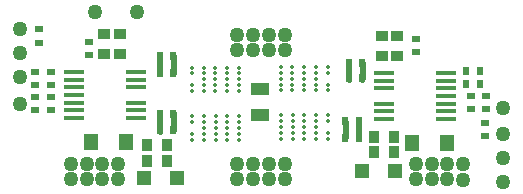
<source format=gbr>
G04 #@! TF.GenerationSoftware,KiCad,Pcbnew,(5.0.0)*
G04 #@! TF.CreationDate,2019-10-07T11:46:54-07:00*
G04 #@! TF.ProjectId,Buffer - Rev C,427566666572202D2052657620432E6B,rev?*
G04 #@! TF.SameCoordinates,Original*
G04 #@! TF.FileFunction,Soldermask,Top*
G04 #@! TF.FilePolarity,Negative*
%FSLAX46Y46*%
G04 Gerber Fmt 4.6, Leading zero omitted, Abs format (unit mm)*
G04 Created by KiCad (PCBNEW (5.0.0)) date 10/07/19 11:46:54*
%MOMM*%
%LPD*%
G01*
G04 APERTURE LIST*
%ADD10R,1.750000X0.300000*%
%ADD11C,1.270000*%
%ADD12R,1.000000X0.889000*%
%ADD13R,0.711000X0.508000*%
%ADD14R,1.500000X1.016000*%
%ADD15R,1.193800X1.193800*%
%ADD16R,0.889000X1.000000*%
%ADD17R,0.508000X0.711000*%
%ADD18C,0.350000*%
%ADD19R,1.300000X1.400000*%
%ADD20C,0.254000*%
G04 APERTURE END LIST*
D10*
G04 #@! TO.C,U2*
X9854000Y10450000D03*
X4604000Y10450000D03*
X4604000Y9800000D03*
X4604000Y9150000D03*
X4604000Y8500000D03*
X4604000Y7850000D03*
X4604000Y7200000D03*
X4604000Y6550000D03*
X9854000Y9800000D03*
X9854000Y9150000D03*
X9854000Y7850000D03*
X9854000Y7200000D03*
X9854000Y6550000D03*
G04 #@! TD*
D11*
G04 #@! TO.C,TP2*
X21096200Y12300000D03*
G04 #@! TD*
G04 #@! TO.C,TP2*
X19750000Y12300000D03*
G04 #@! TD*
D12*
G04 #@! TO.C,C8*
X30693185Y11791941D03*
X30693185Y13491941D03*
G04 #@! TD*
G04 #@! TO.C,C4*
X8509000Y11977000D03*
X8509000Y13677000D03*
G04 #@! TD*
G04 #@! TO.C,C2*
X31963185Y11791941D03*
X31963185Y13491941D03*
G04 #@! TD*
G04 #@! TO.C,C11*
X7112000Y11977000D03*
X7112000Y13677000D03*
G04 #@! TD*
D13*
G04 #@! TO.C,R11*
X1300000Y8367000D03*
X1300000Y7233000D03*
G04 #@! TD*
G04 #@! TO.C,R4*
X39370000Y5021000D03*
X39370000Y6155000D03*
G04 #@! TD*
D14*
G04 #@! TO.C,0.47uF1*
X20307300Y8995700D03*
X20307300Y6777700D03*
G04 #@! TD*
D15*
G04 #@! TO.C,D8*
X13338000Y1460500D03*
X10541000Y1460500D03*
G04 #@! TD*
G04 #@! TO.C,D7*
X28953000Y2032000D03*
X31750000Y2032000D03*
G04 #@! TD*
D10*
G04 #@! TO.C,U1*
X30850300Y6468200D03*
X36100300Y6468200D03*
X36100300Y7118200D03*
X36100300Y7768200D03*
X36100300Y8418200D03*
X36100300Y9068200D03*
X36100300Y9718200D03*
X36100300Y10368200D03*
X30850300Y7118200D03*
X30850300Y7768200D03*
X30850300Y9068200D03*
X30850300Y9718200D03*
X30850300Y10368200D03*
G04 #@! TD*
D11*
G04 #@! TO.C,TP1*
X9906000Y15494000D03*
G04 #@! TD*
G04 #@! TO.C,TP2*
X18415000Y12334900D03*
G04 #@! TD*
G04 #@! TO.C,TP2*
X18415000Y13604900D03*
G04 #@! TD*
G04 #@! TO.C,TP2*
X22415500Y12334900D03*
G04 #@! TD*
G04 #@! TO.C,TP2*
X21082000Y13604900D03*
G04 #@! TD*
G04 #@! TO.C,TP2*
X22415500Y13604900D03*
G04 #@! TD*
G04 #@! TO.C,TP2*
X19748500Y13604900D03*
G04 #@! TD*
G04 #@! TO.C,TP2*
X21082000Y1397000D03*
G04 #@! TD*
G04 #@! TO.C,TP2*
X22415500Y1397000D03*
G04 #@! TD*
G04 #@! TO.C,TP2*
X8318500Y1397000D03*
G04 #@! TD*
G04 #@! TO.C,TP2*
X37528500Y1320800D03*
G04 #@! TD*
G04 #@! TO.C,TP2*
X36195000Y1397000D03*
G04 #@! TD*
G04 #@! TO.C,TP2*
X33528000Y2667000D03*
G04 #@! TD*
G04 #@! TO.C,TP2*
X33528000Y1397000D03*
G04 #@! TD*
G04 #@! TO.C,TP2*
X36195000Y2667000D03*
G04 #@! TD*
G04 #@! TO.C,TP2*
X34861500Y2667000D03*
G04 #@! TD*
G04 #@! TO.C,TP2*
X34861500Y1397000D03*
G04 #@! TD*
G04 #@! TO.C,TP2*
X37528500Y2667000D03*
G04 #@! TD*
G04 #@! TO.C,TP11*
X40894000Y7366000D03*
G04 #@! TD*
G04 #@! TO.C,TP2*
X19748500Y1397000D03*
G04 #@! TD*
G04 #@! TO.C,TP2*
X18415000Y1397000D03*
G04 #@! TD*
G04 #@! TO.C,TP2*
X22415500Y2667000D03*
G04 #@! TD*
G04 #@! TO.C,TP2*
X21082000Y2667000D03*
G04 #@! TD*
G04 #@! TO.C,TP2*
X19748500Y2667000D03*
G04 #@! TD*
G04 #@! TO.C,TP2*
X18415000Y2667000D03*
G04 #@! TD*
G04 #@! TO.C,TP2*
X6985000Y2667000D03*
G04 #@! TD*
G04 #@! TO.C,TP2*
X5651500Y2667000D03*
G04 #@! TD*
G04 #@! TO.C,TP2*
X8318500Y2667000D03*
G04 #@! TD*
G04 #@! TO.C,TP2*
X6985000Y1397000D03*
G04 #@! TD*
G04 #@! TO.C,TP2*
X5651500Y1397000D03*
G04 #@! TD*
G04 #@! TO.C,TP2*
X4318000Y2667000D03*
G04 #@! TD*
G04 #@! TO.C,TP2*
X4318000Y1397000D03*
G04 #@! TD*
G04 #@! TO.C,TP15*
X6350000Y15494000D03*
G04 #@! TD*
G04 #@! TO.C,TP17*
X0Y14097000D03*
G04 #@! TD*
G04 #@! TO.C,TP5*
X40894000Y3175000D03*
G04 #@! TD*
G04 #@! TO.C,TP9*
X40894000Y5207000D03*
G04 #@! TD*
G04 #@! TO.C,TP6*
X0Y7731000D03*
G04 #@! TD*
G04 #@! TO.C,TP4*
X40894000Y1143000D03*
G04 #@! TD*
G04 #@! TO.C,TP3*
X0Y12065000D03*
G04 #@! TD*
G04 #@! TO.C,TP2*
X0Y10033000D03*
G04 #@! TD*
D13*
G04 #@! TO.C,C1*
X1600000Y12933000D03*
X1600000Y14067000D03*
G04 #@! TD*
G04 #@! TO.C,C3*
X2600000Y10473000D03*
X2600000Y9339000D03*
G04 #@! TD*
D16*
G04 #@! TO.C,C5*
X12459561Y4259246D03*
X10759561Y4259246D03*
G04 #@! TD*
G04 #@! TO.C,C6*
X12445693Y2921000D03*
X10745693Y2921000D03*
G04 #@! TD*
G04 #@! TO.C,C7*
X29934800Y4978400D03*
X31634800Y4978400D03*
G04 #@! TD*
G04 #@! TO.C,C9*
X29934800Y3632200D03*
X31634800Y3632200D03*
G04 #@! TD*
D13*
G04 #@! TO.C,C10*
X38227000Y8441000D03*
X38227000Y7307000D03*
G04 #@! TD*
D17*
G04 #@! TO.C,C12*
X38921000Y10541000D03*
X37787000Y10541000D03*
G04 #@! TD*
G04 #@! TO.C,D2*
X12967000Y10400000D03*
X11833000Y10400000D03*
G04 #@! TD*
G04 #@! TO.C,D3*
X12967000Y5527000D03*
X11833000Y5527000D03*
G04 #@! TD*
G04 #@! TO.C,D4*
X27533000Y4900000D03*
X28667000Y4900000D03*
G04 #@! TD*
G04 #@! TO.C,D5*
X27833000Y9900000D03*
X28967000Y9900000D03*
G04 #@! TD*
D18*
G04 #@! TO.C,Q1*
X18561193Y4700042D03*
X17561193Y4700042D03*
X16561193Y4700042D03*
X15561193Y4700042D03*
X14561193Y4700042D03*
X18561193Y5200042D03*
X17561193Y5200042D03*
X16561193Y5200042D03*
X15561193Y5200042D03*
X14561193Y5200042D03*
X18561193Y5700042D03*
X17561193Y5700042D03*
X16561193Y5700042D03*
X15561193Y5700042D03*
X18561193Y6200042D03*
X17561193Y6200042D03*
X16561193Y6200042D03*
X15561193Y6200042D03*
X14561193Y6200042D03*
X18561193Y6700042D03*
X17561193Y6700042D03*
X16561193Y6700042D03*
X15561193Y6700042D03*
X14561193Y6700042D03*
G04 #@! TD*
G04 #@! TO.C,Q2*
X18548493Y8822342D03*
X17548493Y8822342D03*
X16548493Y8822342D03*
X15548493Y8822342D03*
X14548493Y8822342D03*
X18548493Y9322342D03*
X17548493Y9322342D03*
X16548493Y9322342D03*
X15548493Y9322342D03*
X14548493Y9322342D03*
X18548493Y9822342D03*
X17548493Y9822342D03*
X16548493Y9822342D03*
X15548493Y9822342D03*
X18548493Y10322342D03*
X17548493Y10322342D03*
X16548493Y10322342D03*
X15548493Y10322342D03*
X14548493Y10322342D03*
X18548493Y10822342D03*
X17548493Y10822342D03*
X16548493Y10822342D03*
X15548493Y10822342D03*
X14548493Y10822342D03*
G04 #@! TD*
G04 #@! TO.C,Q3*
X22079200Y6763542D03*
X23079200Y6763542D03*
X24079200Y6763542D03*
X25079200Y6763542D03*
X26079200Y6763542D03*
X22079200Y6263542D03*
X23079200Y6263542D03*
X24079200Y6263542D03*
X25079200Y6263542D03*
X26079200Y6263542D03*
X22079200Y5763542D03*
X23079200Y5763542D03*
X24079200Y5763542D03*
X25079200Y5763542D03*
X22079200Y5263542D03*
X23079200Y5263542D03*
X24079200Y5263542D03*
X25079200Y5263542D03*
X26079200Y5263542D03*
X22079200Y4763542D03*
X23079200Y4763542D03*
X24079200Y4763542D03*
X25079200Y4763542D03*
X26079200Y4763542D03*
G04 #@! TD*
G04 #@! TO.C,Q4*
X22067793Y10885842D03*
X23067793Y10885842D03*
X24067793Y10885842D03*
X25067793Y10885842D03*
X26067793Y10885842D03*
X22067793Y10385842D03*
X23067793Y10385842D03*
X24067793Y10385842D03*
X25067793Y10385842D03*
X26067793Y10385842D03*
X22067793Y9885842D03*
X23067793Y9885842D03*
X24067793Y9885842D03*
X25067793Y9885842D03*
X22067793Y9385842D03*
X23067793Y9385842D03*
X24067793Y9385842D03*
X25067793Y9385842D03*
X26067793Y9385842D03*
X22067793Y8885842D03*
X23067793Y8885842D03*
X24067793Y8885842D03*
X25067793Y8885842D03*
X26067793Y8885842D03*
G04 #@! TD*
D17*
G04 #@! TO.C,R1*
X38921000Y9398000D03*
X37787000Y9398000D03*
G04 #@! TD*
D13*
G04 #@! TO.C,R2*
X1300000Y9339000D03*
X1300000Y10473000D03*
G04 #@! TD*
G04 #@! TO.C,R3*
X2600000Y8367000D03*
X2600000Y7233000D03*
G04 #@! TD*
G04 #@! TO.C,R5*
X5842000Y13013000D03*
X5842000Y11879000D03*
G04 #@! TD*
D17*
G04 #@! TO.C,R6*
X11833000Y11800000D03*
X12967000Y11800000D03*
G04 #@! TD*
G04 #@! TO.C,R7*
X11833000Y6927000D03*
X12967000Y6927000D03*
G04 #@! TD*
G04 #@! TO.C,R8*
X27533000Y6300000D03*
X28667000Y6300000D03*
G04 #@! TD*
G04 #@! TO.C,R9*
X27833000Y11200000D03*
X28967000Y11200000D03*
G04 #@! TD*
D13*
G04 #@! TO.C,R10*
X33528000Y12133000D03*
X33528000Y13267000D03*
G04 #@! TD*
G04 #@! TO.C,R13*
X39497000Y7307000D03*
X39497000Y8441000D03*
G04 #@! TD*
D19*
G04 #@! TO.C,D1*
X8943000Y4508500D03*
X6043000Y4508500D03*
G04 #@! TD*
G04 #@! TO.C,D6*
X33221000Y4445000D03*
X36121000Y4445000D03*
G04 #@! TD*
D20*
G36*
X11918803Y11969603D02*
X11963400Y11861937D01*
X11963400Y10337663D01*
X11918803Y10229997D01*
X11836400Y10195864D01*
X11753997Y10229997D01*
X11709400Y10337663D01*
X11709400Y11861937D01*
X11753997Y11969603D01*
X11836400Y12003736D01*
X11918803Y11969603D01*
X11918803Y11969603D01*
G37*
X11918803Y11969603D02*
X11963400Y11861937D01*
X11963400Y10337663D01*
X11918803Y10229997D01*
X11836400Y10195864D01*
X11753997Y10229997D01*
X11709400Y10337663D01*
X11709400Y11861937D01*
X11753997Y11969603D01*
X11836400Y12003736D01*
X11918803Y11969603D01*
G36*
X13051643Y11941271D02*
X13096240Y11833605D01*
X13096240Y10309331D01*
X13051643Y10201665D01*
X12969240Y10167532D01*
X12886837Y10201665D01*
X12842240Y10309331D01*
X12842240Y11833605D01*
X12886837Y11941271D01*
X12969240Y11975404D01*
X13051643Y11941271D01*
X13051643Y11941271D01*
G37*
X13051643Y11941271D02*
X13096240Y11833605D01*
X13096240Y10309331D01*
X13051643Y10201665D01*
X12969240Y10167532D01*
X12886837Y10201665D01*
X12842240Y10309331D01*
X12842240Y11833605D01*
X12886837Y11941271D01*
X12969240Y11975404D01*
X13051643Y11941271D01*
G36*
X11914839Y7101539D02*
X11958320Y6996567D01*
X11958320Y5457139D01*
X11914212Y5351029D01*
X11833150Y5317810D01*
X11751560Y5352025D01*
X11707535Y5459243D01*
X11711271Y6996301D01*
X11755063Y7101483D01*
X11835088Y7134573D01*
X11914839Y7101539D01*
X11914839Y7101539D01*
G37*
X11914839Y7101539D02*
X11958320Y6996567D01*
X11958320Y5457139D01*
X11914212Y5351029D01*
X11833150Y5317810D01*
X11751560Y5352025D01*
X11707535Y5459243D01*
X11711271Y6996301D01*
X11755063Y7101483D01*
X11835088Y7134573D01*
X11914839Y7101539D01*
G36*
X13050219Y7109159D02*
X13093700Y7004187D01*
X13093700Y5464759D01*
X13049592Y5358649D01*
X12968530Y5325430D01*
X12886940Y5359645D01*
X12842915Y5466863D01*
X12846651Y7003921D01*
X12890443Y7109103D01*
X12970468Y7142193D01*
X13050219Y7109159D01*
X13050219Y7109159D01*
G37*
X13050219Y7109159D02*
X13093700Y7004187D01*
X13093700Y5464759D01*
X13049592Y5358649D01*
X12968530Y5325430D01*
X12886940Y5359645D01*
X12842915Y5466863D01*
X12846651Y7003921D01*
X12890443Y7109103D01*
X12970468Y7142193D01*
X13050219Y7109159D01*
G36*
X27913742Y11383207D02*
X27958132Y11276328D01*
X27959967Y9824442D01*
X27915536Y9716887D01*
X27833299Y9682793D01*
X27750917Y9716917D01*
X27706320Y9824583D01*
X27706320Y11276467D01*
X27750545Y11383235D01*
X27832073Y11417005D01*
X27913742Y11383207D01*
X27913742Y11383207D01*
G37*
X27913742Y11383207D02*
X27958132Y11276328D01*
X27959967Y9824442D01*
X27915536Y9716887D01*
X27833299Y9682793D01*
X27750917Y9716917D01*
X27706320Y9824583D01*
X27706320Y11276467D01*
X27750545Y11383235D01*
X27832073Y11417005D01*
X27913742Y11383207D01*
G36*
X29051662Y11395907D02*
X29096052Y11289028D01*
X29097887Y9837142D01*
X29053456Y9729587D01*
X28971219Y9695493D01*
X28888837Y9729617D01*
X28844240Y9837283D01*
X28844240Y11289167D01*
X28888465Y11395935D01*
X28969993Y11429705D01*
X29051662Y11395907D01*
X29051662Y11395907D01*
G37*
X29051662Y11395907D02*
X29096052Y11289028D01*
X29097887Y9837142D01*
X29053456Y9729587D01*
X28971219Y9695493D01*
X28888837Y9729617D01*
X28844240Y9837283D01*
X28844240Y11289167D01*
X28888465Y11395935D01*
X28969993Y11429705D01*
X29051662Y11395907D01*
G36*
X27615761Y6401383D02*
X27660959Y6294790D01*
X27662781Y4853289D01*
X27616202Y4738144D01*
X27528008Y4699279D01*
X27444388Y4731774D01*
X27398980Y4839159D01*
X27398980Y6280661D01*
X27445364Y6395026D01*
X27532858Y6433560D01*
X27615761Y6401383D01*
X27615761Y6401383D01*
G37*
X27615761Y6401383D02*
X27660959Y6294790D01*
X27662781Y4853289D01*
X27616202Y4738144D01*
X27528008Y4699279D01*
X27444388Y4731774D01*
X27398980Y4839159D01*
X27398980Y6280661D01*
X27445364Y6395026D01*
X27532858Y6433560D01*
X27615761Y6401383D01*
G36*
X28751942Y6399101D02*
X28796332Y6292222D01*
X28798167Y4840336D01*
X28753736Y4732781D01*
X28671499Y4698687D01*
X28589117Y4732811D01*
X28544520Y4840477D01*
X28544520Y6292361D01*
X28588745Y6399129D01*
X28670273Y6432899D01*
X28751942Y6399101D01*
X28751942Y6399101D01*
G37*
X28751942Y6399101D02*
X28796332Y6292222D01*
X28798167Y4840336D01*
X28753736Y4732781D01*
X28671499Y4698687D01*
X28589117Y4732811D01*
X28544520Y4840477D01*
X28544520Y6292361D01*
X28588745Y6399129D01*
X28670273Y6432899D01*
X28751942Y6399101D01*
M02*

</source>
